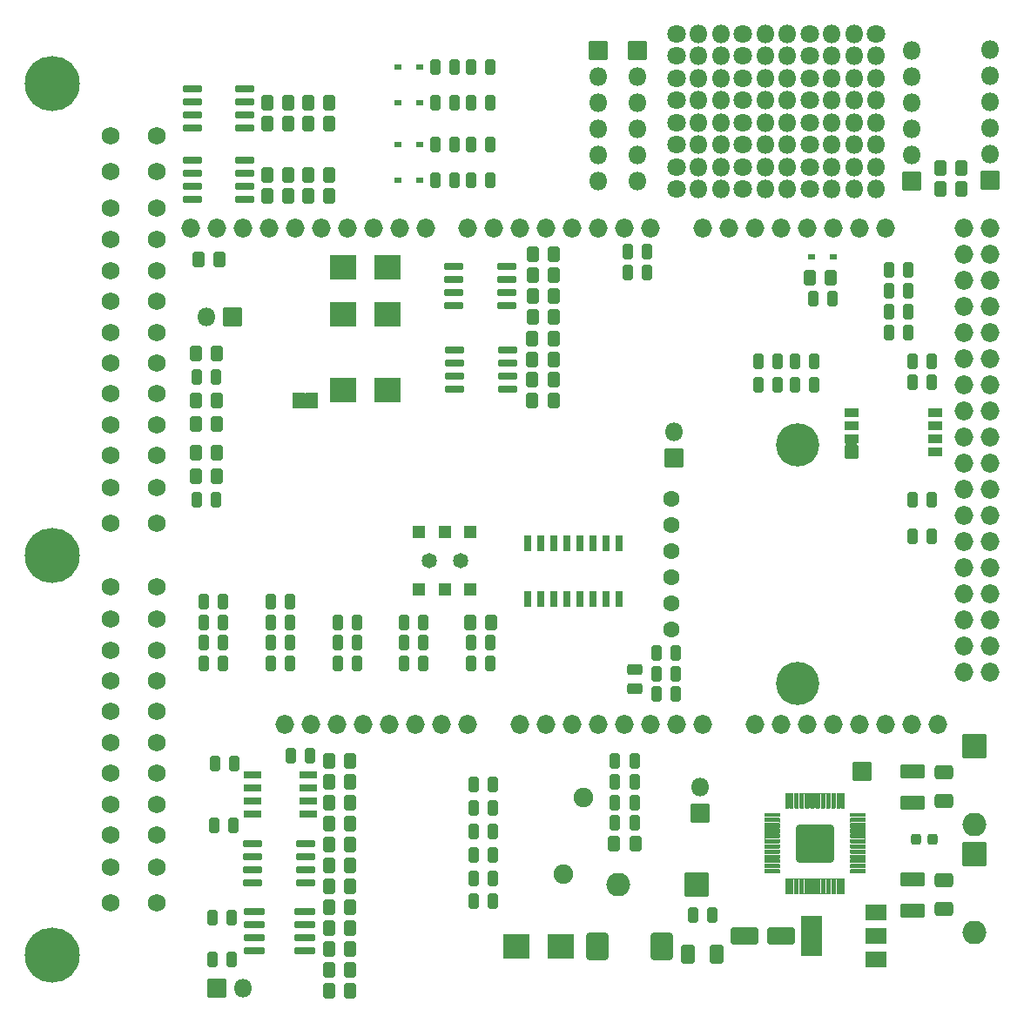
<source format=gts>
%TF.GenerationSoftware,KiCad,Pcbnew,7.0.1-0*%
%TF.CreationDate,2023-05-22T10:15:59+10:00*%
%TF.ProjectId,NA6 v1.3,4e413620-7631-42e3-932e-6b696361645f,rev?*%
%TF.SameCoordinates,Original*%
%TF.FileFunction,Soldermask,Top*%
%TF.FilePolarity,Negative*%
%FSLAX46Y46*%
G04 Gerber Fmt 4.6, Leading zero omitted, Abs format (unit mm)*
G04 Created by KiCad (PCBNEW 7.0.1-0) date 2023-05-22 10:15:59*
%MOMM*%
%LPD*%
G01*
G04 APERTURE LIST*
G04 Aperture macros list*
%AMRoundRect*
0 Rectangle with rounded corners*
0 $1 Rounding radius*
0 $2 $3 $4 $5 $6 $7 $8 $9 X,Y pos of 4 corners*
0 Add a 4 corners polygon primitive as box body*
4,1,4,$2,$3,$4,$5,$6,$7,$8,$9,$2,$3,0*
0 Add four circle primitives for the rounded corners*
1,1,$1+$1,$2,$3*
1,1,$1+$1,$4,$5*
1,1,$1+$1,$6,$7*
1,1,$1+$1,$8,$9*
0 Add four rect primitives between the rounded corners*
20,1,$1+$1,$2,$3,$4,$5,0*
20,1,$1+$1,$4,$5,$6,$7,0*
20,1,$1+$1,$6,$7,$8,$9,0*
20,1,$1+$1,$8,$9,$2,$3,0*%
G04 Aperture macros list end*
%ADD10O,1.802000X1.802000*%
%ADD11C,1.802000*%
%ADD12RoundRect,0.051000X0.600000X0.600000X-0.600000X0.600000X-0.600000X-0.600000X0.600000X-0.600000X0*%
%ADD13RoundRect,0.051000X0.600000X0.400000X-0.600000X0.400000X-0.600000X-0.400000X0.600000X-0.400000X0*%
%ADD14C,5.352000*%
%ADD15C,1.752000*%
%ADD16RoundRect,0.051000X0.500000X0.575000X-0.500000X0.575000X-0.500000X-0.575000X0.500000X-0.575000X0*%
%ADD17C,1.483000*%
%ADD18RoundRect,0.051000X0.850000X0.850000X-0.850000X0.850000X-0.850000X-0.850000X0.850000X-0.850000X0*%
%ADD19RoundRect,0.051000X-0.850000X-0.850000X0.850000X-0.850000X0.850000X0.850000X-0.850000X0.850000X0*%
%ADD20C,1.602000*%
%ADD21C,4.202000*%
%ADD22C,1.902000*%
%ADD23RoundRect,0.294750X0.243750X0.456250X-0.243750X0.456250X-0.243750X-0.456250X0.243750X-0.456250X0*%
%ADD24RoundRect,0.294750X0.456250X-0.243750X0.456250X0.243750X-0.456250X0.243750X-0.456250X-0.243750X0*%
%ADD25RoundRect,0.294750X-0.243750X-0.456250X0.243750X-0.456250X0.243750X0.456250X-0.243750X0.456250X0*%
%ADD26RoundRect,0.301000X-0.375000X-0.625000X0.375000X-0.625000X0.375000X0.625000X-0.375000X0.625000X0*%
%ADD27O,2.302000X2.302000*%
%ADD28RoundRect,0.051000X1.100000X1.100000X-1.100000X1.100000X-1.100000X-1.100000X1.100000X-1.100000X0*%
%ADD29RoundRect,0.051000X-1.100000X1.100000X-1.100000X-1.100000X1.100000X-1.100000X1.100000X1.100000X0*%
%ADD30RoundRect,0.301000X-0.325000X-0.450000X0.325000X-0.450000X0.325000X0.450000X-0.325000X0.450000X0*%
%ADD31RoundRect,0.301000X0.325000X0.450000X-0.325000X0.450000X-0.325000X-0.450000X0.325000X-0.450000X0*%
%ADD32RoundRect,0.299400X1.551600X-1.551600X1.551600X1.551600X-1.551600X1.551600X-1.551600X-1.551600X0*%
%ADD33RoundRect,0.126000X0.075000X-0.662500X0.075000X0.662500X-0.075000X0.662500X-0.075000X-0.662500X0*%
%ADD34RoundRect,0.126000X0.662500X-0.075000X0.662500X0.075000X-0.662500X0.075000X-0.662500X-0.075000X0*%
%ADD35RoundRect,0.201000X0.725000X0.150000X-0.725000X0.150000X-0.725000X-0.150000X0.725000X-0.150000X0*%
%ADD36RoundRect,0.051000X0.775000X0.300000X-0.775000X0.300000X-0.775000X-0.300000X0.775000X-0.300000X0*%
%ADD37RoundRect,0.051000X0.300000X-0.750000X0.300000X0.750000X-0.300000X0.750000X-0.300000X-0.750000X0*%
%ADD38O,1.829200X1.829200*%
%ADD39RoundRect,0.051000X-0.300000X-0.225000X0.300000X-0.225000X0.300000X0.225000X-0.300000X0.225000X0*%
%ADD40RoundRect,0.051000X-0.850000X0.850000X-0.850000X-0.850000X0.850000X-0.850000X0.850000X0.850000X0*%
%ADD41RoundRect,0.301000X1.050000X0.550000X-1.050000X0.550000X-1.050000X-0.550000X1.050000X-0.550000X0*%
%ADD42RoundRect,0.301000X0.787500X1.025000X-0.787500X1.025000X-0.787500X-1.025000X0.787500X-1.025000X0*%
%ADD43RoundRect,0.301000X-0.625000X0.375000X-0.625000X-0.375000X0.625000X-0.375000X0.625000X0.375000X0*%
%ADD44RoundRect,0.301000X-0.925000X0.412500X-0.925000X-0.412500X0.925000X-0.412500X0.925000X0.412500X0*%
%ADD45RoundRect,0.201000X0.825000X0.150000X-0.825000X0.150000X-0.825000X-0.150000X0.825000X-0.150000X0*%
%ADD46RoundRect,0.051000X0.850000X-0.850000X0.850000X0.850000X-0.850000X0.850000X-0.850000X-0.850000X0*%
%ADD47RoundRect,0.051000X-0.500000X-0.750000X0.500000X-0.750000X0.500000X0.750000X-0.500000X0.750000X0*%
%ADD48RoundRect,0.269750X-0.218750X-0.256250X0.218750X-0.256250X0.218750X0.256250X-0.218750X0.256250X0*%
%ADD49RoundRect,0.051000X1.000000X1.900000X-1.000000X1.900000X-1.000000X-1.900000X1.000000X-1.900000X0*%
%ADD50RoundRect,0.051000X1.000000X0.750000X-1.000000X0.750000X-1.000000X-0.750000X1.000000X-0.750000X0*%
%ADD51RoundRect,0.051000X1.250000X1.150000X-1.250000X1.150000X-1.250000X-1.150000X1.250000X-1.150000X0*%
%ADD52RoundRect,0.051000X-1.250000X-1.150000X1.250000X-1.150000X1.250000X1.150000X-1.250000X1.150000X0*%
G04 APERTURE END LIST*
D10*
X184658000Y-37465000D03*
X193294000Y-37465000D03*
D11*
X176022000Y-37465000D03*
D10*
X186817000Y-37465000D03*
X180340000Y-37465000D03*
X191135000Y-37465000D03*
D11*
X195453000Y-37465000D03*
X182499000Y-37465000D03*
D10*
X178181000Y-37465000D03*
D11*
X188976000Y-37465000D03*
D10*
X184658000Y-39624000D03*
X193294000Y-39624000D03*
D11*
X176022000Y-39624000D03*
D10*
X186817000Y-39624000D03*
X180340000Y-39624000D03*
X191135000Y-39624000D03*
X195453000Y-39624000D03*
D11*
X182499000Y-39624000D03*
D10*
X178181000Y-39624000D03*
D11*
X188976000Y-39624000D03*
D10*
X184658000Y-41783000D03*
X193294000Y-41783000D03*
D11*
X176022000Y-41783000D03*
D10*
X191135000Y-41783000D03*
X195453000Y-41783000D03*
D11*
X182499000Y-41783000D03*
D10*
X178181000Y-41783000D03*
X186817000Y-41783000D03*
X180340000Y-41783000D03*
D11*
X188976000Y-41783000D03*
D10*
X195453000Y-43942000D03*
X180340000Y-43942000D03*
X186817000Y-43942000D03*
X184658000Y-43942000D03*
X191135000Y-43942000D03*
D11*
X188976000Y-43942000D03*
D10*
X193294000Y-43942000D03*
D11*
X176022000Y-43942000D03*
D10*
X178181000Y-43942000D03*
D11*
X182499000Y-43942000D03*
D10*
X186817000Y-46101000D03*
X184658000Y-46101000D03*
D11*
X182499000Y-46101000D03*
D10*
X178181000Y-46101000D03*
D11*
X176022000Y-46101000D03*
D10*
X180340000Y-46101000D03*
X195453000Y-46101000D03*
D11*
X188976000Y-46101000D03*
D10*
X193294000Y-46101000D03*
X191135000Y-46101000D03*
X180340000Y-48260000D03*
X178181000Y-48260000D03*
D11*
X176022000Y-48260000D03*
D10*
X186817000Y-48260000D03*
X184658000Y-48260000D03*
D11*
X182499000Y-48260000D03*
D10*
X195453000Y-48260000D03*
X193294000Y-48260000D03*
X191135000Y-48260000D03*
D11*
X188976000Y-48260000D03*
D10*
X195453000Y-50419000D03*
X193294000Y-50419000D03*
X191135000Y-50419000D03*
D11*
X188976000Y-50419000D03*
D10*
X180340000Y-50419000D03*
X178181000Y-50419000D03*
D11*
X176022000Y-50419000D03*
D10*
X186817000Y-50419000D03*
X184658000Y-50419000D03*
D11*
X182499000Y-50419000D03*
D10*
X195453000Y-52578000D03*
X193294000Y-52578000D03*
X191135000Y-52578000D03*
D11*
X188976000Y-52578000D03*
D10*
X186817000Y-52578000D03*
X184658000Y-52578000D03*
D11*
X182499000Y-52578000D03*
D10*
X180340000Y-52578000D03*
X178181000Y-52578000D03*
D11*
X176022000Y-52578000D03*
D12*
X193019000Y-78105000D03*
D13*
X193019000Y-76835000D03*
X193019000Y-75565000D03*
X193019000Y-74295000D03*
X201219000Y-74295000D03*
X201219000Y-75565000D03*
X201219000Y-76835000D03*
X201219000Y-78105000D03*
D14*
X115300000Y-127050000D03*
X115300000Y-88200000D03*
X115300000Y-42350000D03*
D15*
X121000000Y-47400000D03*
X121000000Y-50900000D03*
X121000000Y-54400000D03*
X121000000Y-57500000D03*
X121000000Y-60500000D03*
X121000000Y-63500000D03*
X121000000Y-66500000D03*
X121000000Y-69500000D03*
X121000000Y-72500000D03*
X121000000Y-75500000D03*
X121000000Y-78500000D03*
X121000000Y-81600000D03*
X121000000Y-85100000D03*
X121000000Y-91300000D03*
X121000000Y-94400000D03*
X121000000Y-97400000D03*
X121000000Y-100400000D03*
X121000000Y-103400000D03*
X121000000Y-106400000D03*
X121000000Y-109400000D03*
X121000000Y-112400000D03*
X121000000Y-115400000D03*
X121000000Y-118500000D03*
X121000000Y-122000000D03*
X125500000Y-47400000D03*
X125500000Y-50900000D03*
X125500000Y-54400000D03*
X125500000Y-57500000D03*
X125500000Y-60500000D03*
X125500000Y-63500000D03*
X125500000Y-66500000D03*
X125500000Y-69500000D03*
X125500000Y-72500000D03*
X125500000Y-75500000D03*
X125500000Y-78500000D03*
X125500000Y-81600000D03*
X125500000Y-85100000D03*
X125500000Y-91300000D03*
X125500000Y-94400000D03*
X125500000Y-97400000D03*
X125500000Y-100400000D03*
X125500000Y-103400000D03*
X125500000Y-106400000D03*
X125500000Y-109400000D03*
X125500000Y-112400000D03*
X125500000Y-115400000D03*
X125500000Y-118500000D03*
X125500000Y-122000000D03*
D16*
X156000000Y-91539000D03*
X153500000Y-91539000D03*
X151000000Y-91539000D03*
X156000000Y-85889000D03*
X153500000Y-85889000D03*
X151000000Y-85889000D03*
D17*
X155000000Y-88714000D03*
X152000000Y-88714000D03*
D10*
X206500000Y-39014000D03*
X206500000Y-41554000D03*
X206500000Y-44094000D03*
X206500000Y-46634000D03*
X206500000Y-49174000D03*
D18*
X206500000Y-51714000D03*
X198882000Y-51816000D03*
D10*
X198882000Y-49276000D03*
X198882000Y-46736000D03*
X198882000Y-44196000D03*
X198882000Y-41656000D03*
X198882000Y-39116000D03*
D19*
X172212000Y-39116000D03*
D10*
X172212000Y-41656000D03*
X172212000Y-44196000D03*
X172212000Y-46736000D03*
X172212000Y-49276000D03*
X172212000Y-51816000D03*
D20*
X175500000Y-82714000D03*
X175500000Y-85254000D03*
X175500000Y-87794000D03*
X175500000Y-90334000D03*
X175500000Y-92874000D03*
X175500000Y-95414000D03*
D21*
X187820000Y-100614000D03*
X187820000Y-77464000D03*
D22*
X167000000Y-111714000D03*
X165000000Y-119214000D03*
D23*
X175937500Y-97714000D03*
X174062500Y-97714000D03*
D24*
X172000000Y-99276500D03*
X172000000Y-101151500D03*
D25*
X151437500Y-98714000D03*
X149562500Y-98714000D03*
X170062500Y-112214000D03*
X171937500Y-112214000D03*
X171274500Y-60706000D03*
X173149500Y-60706000D03*
D23*
X151437500Y-94714000D03*
X149562500Y-94714000D03*
X171937500Y-108214000D03*
X170062500Y-108214000D03*
X174062500Y-99714000D03*
X175937500Y-99714000D03*
D25*
X144937500Y-98714000D03*
X143062500Y-98714000D03*
X131937500Y-98714000D03*
X130062500Y-98714000D03*
X138437500Y-98714000D03*
X136562500Y-98714000D03*
D23*
X144937500Y-94714000D03*
X143062500Y-94714000D03*
X131937500Y-92714000D03*
X130062500Y-92714000D03*
X138437500Y-92714000D03*
X136562500Y-92714000D03*
D25*
X131239500Y-70866000D03*
X129364500Y-70866000D03*
D26*
X177162000Y-127000000D03*
X179962000Y-127000000D03*
D23*
X156288500Y-110490000D03*
X158163500Y-110490000D03*
X158163500Y-112776000D03*
X156288500Y-112776000D03*
D25*
X154437500Y-51714000D03*
X152562500Y-51714000D03*
X152562500Y-48214000D03*
X154437500Y-48214000D03*
X154437500Y-44214000D03*
X152562500Y-44214000D03*
X152562500Y-40714000D03*
X154437500Y-40714000D03*
D27*
X170380000Y-120214000D03*
D28*
X178000000Y-120214000D03*
D29*
X205000000Y-117214000D03*
D27*
X205000000Y-124834000D03*
D29*
X205000000Y-106714000D03*
D27*
X205000000Y-114334000D03*
D25*
X156062500Y-51714000D03*
X157937500Y-51714000D03*
X157937500Y-48214000D03*
X156062500Y-48214000D03*
D23*
X131062500Y-114428000D03*
X132937500Y-114428000D03*
X133000000Y-108428000D03*
X131125000Y-108428000D03*
D25*
X156062500Y-44214000D03*
X157937500Y-44214000D03*
X157937500Y-40714000D03*
X156062500Y-40714000D03*
X170062500Y-114214000D03*
X171937500Y-114214000D03*
D23*
X151437500Y-96714000D03*
X149562500Y-96714000D03*
X171937500Y-110214000D03*
X170062500Y-110214000D03*
X173149500Y-58674000D03*
X171274500Y-58674000D03*
D25*
X174062500Y-101714000D03*
X175937500Y-101714000D03*
X131937500Y-96714000D03*
X130062500Y-96714000D03*
X138437500Y-96714000D03*
X136562500Y-96714000D03*
D23*
X143062500Y-96714000D03*
X144937500Y-96714000D03*
X131937500Y-94714000D03*
X130062500Y-94714000D03*
X138437500Y-94714000D03*
X136562500Y-94714000D03*
D25*
X156062500Y-96714000D03*
X157937500Y-96714000D03*
D30*
X201667000Y-52578000D03*
X203717000Y-52578000D03*
X203717000Y-50546000D03*
X201667000Y-50546000D03*
X144281000Y-118364000D03*
X142231000Y-118364000D03*
X142231000Y-120396000D03*
X144281000Y-120396000D03*
X162017000Y-71118000D03*
X164067000Y-71118000D03*
X164067000Y-69118000D03*
X162017000Y-69118000D03*
X164067000Y-73118000D03*
X162017000Y-73118000D03*
D31*
X164067000Y-67118000D03*
X162017000Y-67118000D03*
X129277000Y-68580000D03*
X131327000Y-68580000D03*
D25*
X196674500Y-60452000D03*
X198549500Y-60452000D03*
D32*
X189500000Y-116214000D03*
D33*
X186750000Y-120376500D03*
X187250000Y-120376500D03*
X187750000Y-120376500D03*
X188250000Y-120376500D03*
X188750000Y-120376500D03*
X189250000Y-120376500D03*
X189750000Y-120376500D03*
X190250000Y-120376500D03*
X190750000Y-120376500D03*
X191250000Y-120376500D03*
X191750000Y-120376500D03*
X192250000Y-120376500D03*
D34*
X193662500Y-118964000D03*
X193662500Y-118464000D03*
X193662500Y-117964000D03*
X193662500Y-117464000D03*
X193662500Y-116964000D03*
X193662500Y-116464000D03*
X193662500Y-115964000D03*
X193662500Y-115464000D03*
X193662500Y-114964000D03*
X193662500Y-114464000D03*
X193662500Y-113964000D03*
X193662500Y-113464000D03*
D33*
X192250000Y-112051500D03*
X191750000Y-112051500D03*
X191250000Y-112051500D03*
X190750000Y-112051500D03*
X190250000Y-112051500D03*
X189750000Y-112051500D03*
X189250000Y-112051500D03*
X188750000Y-112051500D03*
X188250000Y-112051500D03*
X187750000Y-112051500D03*
X187250000Y-112051500D03*
X186750000Y-112051500D03*
D34*
X185337500Y-113464000D03*
X185337500Y-113964000D03*
X185337500Y-114464000D03*
X185337500Y-114964000D03*
X185337500Y-115464000D03*
X185337500Y-115964000D03*
X185337500Y-116464000D03*
X185337500Y-116964000D03*
X185337500Y-117464000D03*
X185337500Y-117964000D03*
X185337500Y-118464000D03*
X185337500Y-118964000D03*
D35*
X134075000Y-53619000D03*
X134075000Y-52349000D03*
X134075000Y-51079000D03*
X134075000Y-49809000D03*
X128925000Y-49809000D03*
X128925000Y-51079000D03*
X128925000Y-52349000D03*
X128925000Y-53619000D03*
D36*
X140200000Y-113333000D03*
X140200000Y-112063000D03*
X140200000Y-110793000D03*
X140200000Y-109523000D03*
X134800000Y-109523000D03*
X134800000Y-110793000D03*
X134800000Y-112063000D03*
X134800000Y-113333000D03*
D35*
X128925000Y-46619000D03*
X128925000Y-45349000D03*
X128925000Y-44079000D03*
X128925000Y-42809000D03*
X134075000Y-42809000D03*
X134075000Y-44079000D03*
X134075000Y-45349000D03*
X134075000Y-46619000D03*
D37*
X161555000Y-92414000D03*
X162825000Y-92414000D03*
X164095000Y-92414000D03*
X165365000Y-92414000D03*
X166635000Y-92414000D03*
X167905000Y-92414000D03*
X169175000Y-92414000D03*
X170445000Y-92414000D03*
X170445000Y-87014000D03*
X169175000Y-87014000D03*
X167905000Y-87014000D03*
X166635000Y-87014000D03*
X165365000Y-87014000D03*
X164095000Y-87014000D03*
X162825000Y-87014000D03*
X161555000Y-87014000D03*
D35*
X134839000Y-120015000D03*
X134839000Y-118745000D03*
X134839000Y-117475000D03*
X134839000Y-116205000D03*
X139989000Y-116205000D03*
X139989000Y-117475000D03*
X139989000Y-118745000D03*
X139989000Y-120015000D03*
X159617000Y-72023000D03*
X159617000Y-70753000D03*
X159617000Y-69483000D03*
X159617000Y-68213000D03*
X154467000Y-68213000D03*
X154467000Y-69483000D03*
X154467000Y-70753000D03*
X154467000Y-72023000D03*
D38*
X160800000Y-104674000D03*
X155720000Y-104674000D03*
X153180000Y-104674000D03*
X150640000Y-104674000D03*
X148100000Y-104674000D03*
X145560000Y-104674000D03*
X143020000Y-104674000D03*
X140480000Y-104674000D03*
X196360000Y-56414000D03*
X193820000Y-56414000D03*
X191280000Y-56414000D03*
X188740000Y-56414000D03*
X186200000Y-56414000D03*
X183660000Y-56414000D03*
X181120000Y-56414000D03*
X178580000Y-56414000D03*
X173500000Y-56414000D03*
X170960000Y-56414000D03*
X168420000Y-56414000D03*
X165880000Y-56414000D03*
X163340000Y-56414000D03*
X160800000Y-56414000D03*
X158260000Y-56414000D03*
X155720000Y-56414000D03*
X136416000Y-56414000D03*
X151656000Y-56414000D03*
X149116000Y-56414000D03*
X146576000Y-56414000D03*
X128796000Y-56414000D03*
X131336000Y-56414000D03*
X133876000Y-56414000D03*
X138956000Y-56414000D03*
X141496000Y-56414000D03*
X144036000Y-56414000D03*
X137940000Y-104674000D03*
X163340000Y-104674000D03*
X165880000Y-104674000D03*
X168420000Y-104674000D03*
X170960000Y-104674000D03*
X173500000Y-104674000D03*
X176040000Y-104674000D03*
X178580000Y-104674000D03*
X183660000Y-104674000D03*
X186200000Y-104674000D03*
X188740000Y-104674000D03*
X191280000Y-104674000D03*
X193820000Y-104674000D03*
X196360000Y-104674000D03*
X198900000Y-104674000D03*
X201440000Y-104674000D03*
X203980000Y-56414000D03*
X206520000Y-56414000D03*
X203980000Y-58954000D03*
X206520000Y-58954000D03*
X203980000Y-61494000D03*
X206520000Y-61494000D03*
X203980000Y-64034000D03*
X206520000Y-64034000D03*
X203980000Y-66574000D03*
X206520000Y-66574000D03*
X203980000Y-69114000D03*
X206520000Y-69114000D03*
X203980000Y-71654000D03*
X206520000Y-71654000D03*
X203980000Y-74194000D03*
X206520000Y-74194000D03*
X203980000Y-76734000D03*
X206520000Y-76734000D03*
X203980000Y-79274000D03*
X206520000Y-79274000D03*
X203980000Y-81814000D03*
X206520000Y-81814000D03*
X203980000Y-84354000D03*
X206520000Y-84354000D03*
X203980000Y-86894000D03*
X206520000Y-86894000D03*
X203980000Y-89434000D03*
X206520000Y-89434000D03*
X203980000Y-91974000D03*
X206520000Y-91974000D03*
X203980000Y-94514000D03*
X206520000Y-94514000D03*
X203980000Y-97054000D03*
X206520000Y-97054000D03*
X203980000Y-99594000D03*
X206520000Y-99594000D03*
D39*
X148950000Y-51714000D03*
X151050000Y-51714000D03*
X151050000Y-48214000D03*
X148950000Y-48214000D03*
X151050000Y-44214000D03*
X148950000Y-44214000D03*
X148950000Y-40714000D03*
X151050000Y-40714000D03*
D23*
X196674500Y-66548000D03*
X198549500Y-66548000D03*
X196674500Y-64516000D03*
X198549500Y-64516000D03*
D40*
X132842000Y-65024000D03*
D10*
X130302000Y-65024000D03*
D25*
X131239500Y-82804000D03*
X129364500Y-82804000D03*
D41*
X186204000Y-125222000D03*
X182604000Y-125222000D03*
D23*
X179499500Y-123190000D03*
X177624500Y-123190000D03*
D42*
X174562500Y-126238000D03*
X168337500Y-126238000D03*
D30*
X155975000Y-94714000D03*
X158025000Y-94714000D03*
D43*
X202000000Y-119814000D03*
X202000000Y-122614000D03*
X202000000Y-112114000D03*
X202000000Y-109314000D03*
D44*
X199000000Y-119676500D03*
X199000000Y-122751500D03*
X199000000Y-112251500D03*
X199000000Y-109176500D03*
D23*
X198549500Y-62484000D03*
X196674500Y-62484000D03*
D19*
X168402000Y-39116000D03*
D10*
X168402000Y-41656000D03*
X168402000Y-44196000D03*
X168402000Y-46736000D03*
X168402000Y-49276000D03*
X168402000Y-51816000D03*
D30*
X140229000Y-53214000D03*
X142279000Y-53214000D03*
D31*
X140229000Y-51214000D03*
X142279000Y-51214000D03*
X142231000Y-114300000D03*
X144281000Y-114300000D03*
D30*
X142231000Y-110236000D03*
X144281000Y-110236000D03*
X136229000Y-53214000D03*
X138279000Y-53214000D03*
X138279000Y-51214000D03*
X136229000Y-51214000D03*
X144281000Y-112268000D03*
X142231000Y-112268000D03*
X142231000Y-108204000D03*
X144281000Y-108204000D03*
X140229000Y-46214000D03*
X142279000Y-46214000D03*
D31*
X140229000Y-44214000D03*
X142279000Y-44214000D03*
D30*
X136229000Y-46214000D03*
X138279000Y-46214000D03*
X138279000Y-44214000D03*
X136229000Y-44214000D03*
D31*
X172025000Y-116214000D03*
X169975000Y-116214000D03*
D30*
X131581000Y-59436000D03*
X129531000Y-59436000D03*
X129277000Y-78232000D03*
X131327000Y-78232000D03*
X131327000Y-75438000D03*
X129277000Y-75438000D03*
X164093000Y-62992000D03*
X162043000Y-62992000D03*
X162043000Y-58928000D03*
X164093000Y-58928000D03*
X162043000Y-65024000D03*
X164093000Y-65024000D03*
D31*
X162043000Y-60960000D03*
X164093000Y-60960000D03*
D35*
X159547000Y-63881000D03*
X159547000Y-62611000D03*
X159547000Y-61341000D03*
X159547000Y-60071000D03*
X154397000Y-60071000D03*
X154397000Y-61341000D03*
X154397000Y-62611000D03*
X154397000Y-63881000D03*
D25*
X156062500Y-98714000D03*
X157937500Y-98714000D03*
D31*
X131327000Y-80518000D03*
X129277000Y-80518000D03*
X129277000Y-73152000D03*
X131327000Y-73152000D03*
D23*
X158163500Y-119634000D03*
X156288500Y-119634000D03*
X156288500Y-115062000D03*
X158163500Y-115062000D03*
X158163500Y-117348000D03*
X156288500Y-117348000D03*
D31*
X142231000Y-128524000D03*
X144281000Y-128524000D03*
D30*
X142231000Y-124460000D03*
X144281000Y-124460000D03*
X142231000Y-126492000D03*
X144281000Y-126492000D03*
X144281000Y-122428000D03*
X142231000Y-122428000D03*
D23*
X132763500Y-127508000D03*
X130888500Y-127508000D03*
X132763500Y-123444000D03*
X130888500Y-123444000D03*
D45*
X139889000Y-126619000D03*
X139889000Y-125349000D03*
X139889000Y-124079000D03*
X139889000Y-122809000D03*
X134939000Y-122809000D03*
X134939000Y-124079000D03*
X134939000Y-125349000D03*
X134939000Y-126619000D03*
D46*
X131318000Y-130302000D03*
D10*
X133858000Y-130302000D03*
D47*
X140604000Y-73152000D03*
X139304000Y-73152000D03*
D23*
X191183500Y-63246000D03*
X189308500Y-63246000D03*
D39*
X189196000Y-59182000D03*
X191296000Y-59182000D03*
D23*
X189405500Y-69342000D03*
X187530500Y-69342000D03*
X187530500Y-71628000D03*
X189405500Y-71628000D03*
X156288500Y-121856500D03*
X158163500Y-121856500D03*
D30*
X188967000Y-61214000D03*
X191017000Y-61214000D03*
D23*
X185849500Y-69342000D03*
X183974500Y-69342000D03*
X185849500Y-71628000D03*
X183974500Y-71628000D03*
D48*
X199364500Y-115824000D03*
X200939500Y-115824000D03*
D18*
X175768000Y-78740000D03*
D10*
X175768000Y-76200000D03*
D18*
X178308000Y-113284000D03*
D10*
X178308000Y-110744000D03*
D49*
X189128000Y-125222000D03*
D50*
X195428000Y-125222000D03*
X195428000Y-122922000D03*
X195428000Y-127522000D03*
D19*
X194056000Y-109220000D03*
D51*
X164773500Y-126238000D03*
X160473500Y-126238000D03*
D23*
X200835500Y-69342000D03*
X198960500Y-69342000D03*
X198960500Y-71374000D03*
X200835500Y-71374000D03*
X200835500Y-82804000D03*
X198960500Y-82804000D03*
D25*
X198960500Y-86360000D03*
X200835500Y-86360000D03*
D23*
X140383500Y-107696000D03*
X138508500Y-107696000D03*
D30*
X142231000Y-130556000D03*
X144281000Y-130556000D03*
X142231000Y-116332000D03*
X144281000Y-116332000D03*
D52*
X143646000Y-60187001D03*
X147946000Y-60187001D03*
X143646000Y-64770000D03*
X147946000Y-64770000D03*
X147946000Y-72136000D03*
X143646000Y-72136000D03*
G36*
X192084314Y-119629477D02*
G01*
X192084083Y-119631231D01*
X192060475Y-119666561D01*
X192051000Y-119714199D01*
X192051000Y-121038801D01*
X192060475Y-121086438D01*
X192084081Y-121121765D01*
X192084312Y-121123519D01*
X192083061Y-121124770D01*
X192081307Y-121124539D01*
X192037311Y-121095143D01*
X191962689Y-121095143D01*
X191918693Y-121124539D01*
X191916939Y-121124770D01*
X191915688Y-121123519D01*
X191915919Y-121121765D01*
X191939524Y-121086438D01*
X191949000Y-121038801D01*
X191949000Y-119714199D01*
X191939524Y-119666561D01*
X191915917Y-119631231D01*
X191915686Y-119629477D01*
X191916937Y-119628226D01*
X191918691Y-119628457D01*
X191962689Y-119657856D01*
X192037311Y-119657856D01*
X192081309Y-119628457D01*
X192083063Y-119628226D01*
X192084314Y-119629477D01*
G37*
G36*
X191584314Y-119629477D02*
G01*
X191584083Y-119631231D01*
X191560475Y-119666561D01*
X191551000Y-119714199D01*
X191551000Y-121038801D01*
X191560475Y-121086438D01*
X191584081Y-121121765D01*
X191584312Y-121123519D01*
X191583061Y-121124770D01*
X191581307Y-121124539D01*
X191537311Y-121095143D01*
X191462689Y-121095143D01*
X191418693Y-121124539D01*
X191416939Y-121124770D01*
X191415688Y-121123519D01*
X191415919Y-121121765D01*
X191439524Y-121086438D01*
X191449000Y-121038801D01*
X191449000Y-119714199D01*
X191439524Y-119666561D01*
X191415917Y-119631231D01*
X191415686Y-119629477D01*
X191416937Y-119628226D01*
X191418691Y-119628457D01*
X191462689Y-119657856D01*
X191537311Y-119657856D01*
X191581309Y-119628457D01*
X191583063Y-119628226D01*
X191584314Y-119629477D01*
G37*
G36*
X191084314Y-119629477D02*
G01*
X191084083Y-119631231D01*
X191060475Y-119666561D01*
X191051000Y-119714199D01*
X191051000Y-121038801D01*
X191060475Y-121086438D01*
X191084081Y-121121765D01*
X191084312Y-121123519D01*
X191083061Y-121124770D01*
X191081307Y-121124539D01*
X191037311Y-121095143D01*
X190962689Y-121095143D01*
X190918693Y-121124539D01*
X190916939Y-121124770D01*
X190915688Y-121123519D01*
X190915919Y-121121765D01*
X190939524Y-121086438D01*
X190949000Y-121038801D01*
X190949000Y-119714199D01*
X190939524Y-119666561D01*
X190915917Y-119631231D01*
X190915686Y-119629477D01*
X190916937Y-119628226D01*
X190918691Y-119628457D01*
X190962689Y-119657856D01*
X191037311Y-119657856D01*
X191081309Y-119628457D01*
X191083063Y-119628226D01*
X191084314Y-119629477D01*
G37*
G36*
X190584314Y-119629477D02*
G01*
X190584083Y-119631231D01*
X190560475Y-119666561D01*
X190551000Y-119714199D01*
X190551000Y-121038801D01*
X190560475Y-121086438D01*
X190584081Y-121121765D01*
X190584312Y-121123519D01*
X190583061Y-121124770D01*
X190581307Y-121124539D01*
X190537311Y-121095143D01*
X190462689Y-121095143D01*
X190418693Y-121124539D01*
X190416939Y-121124770D01*
X190415688Y-121123519D01*
X190415919Y-121121765D01*
X190439524Y-121086438D01*
X190449000Y-121038801D01*
X190449000Y-119714199D01*
X190439524Y-119666561D01*
X190415917Y-119631231D01*
X190415686Y-119629477D01*
X190416937Y-119628226D01*
X190418691Y-119628457D01*
X190462689Y-119657856D01*
X190537311Y-119657856D01*
X190581309Y-119628457D01*
X190583063Y-119628226D01*
X190584314Y-119629477D01*
G37*
G36*
X190084314Y-119629477D02*
G01*
X190084083Y-119631231D01*
X190060475Y-119666561D01*
X190051000Y-119714199D01*
X190051000Y-121038801D01*
X190060475Y-121086438D01*
X190084081Y-121121765D01*
X190084312Y-121123519D01*
X190083061Y-121124770D01*
X190081307Y-121124539D01*
X190037311Y-121095143D01*
X189962689Y-121095143D01*
X189918693Y-121124539D01*
X189916939Y-121124770D01*
X189915688Y-121123519D01*
X189915919Y-121121765D01*
X189939524Y-121086438D01*
X189949000Y-121038801D01*
X189949000Y-119714199D01*
X189939524Y-119666561D01*
X189915917Y-119631231D01*
X189915686Y-119629477D01*
X189916937Y-119628226D01*
X189918691Y-119628457D01*
X189962689Y-119657856D01*
X190037311Y-119657856D01*
X190081309Y-119628457D01*
X190083063Y-119628226D01*
X190084314Y-119629477D01*
G37*
G36*
X189584314Y-119629477D02*
G01*
X189584083Y-119631231D01*
X189560475Y-119666561D01*
X189551000Y-119714199D01*
X189551000Y-121038801D01*
X189560475Y-121086438D01*
X189584081Y-121121765D01*
X189584312Y-121123519D01*
X189583061Y-121124770D01*
X189581307Y-121124539D01*
X189537311Y-121095143D01*
X189462689Y-121095143D01*
X189418693Y-121124539D01*
X189416939Y-121124770D01*
X189415688Y-121123519D01*
X189415919Y-121121765D01*
X189439524Y-121086438D01*
X189449000Y-121038801D01*
X189449000Y-119714199D01*
X189439524Y-119666561D01*
X189415917Y-119631231D01*
X189415686Y-119629477D01*
X189416937Y-119628226D01*
X189418691Y-119628457D01*
X189462689Y-119657856D01*
X189537311Y-119657856D01*
X189581309Y-119628457D01*
X189583063Y-119628226D01*
X189584314Y-119629477D01*
G37*
G36*
X189084314Y-119629477D02*
G01*
X189084083Y-119631231D01*
X189060475Y-119666561D01*
X189051000Y-119714199D01*
X189051000Y-121038801D01*
X189060475Y-121086438D01*
X189084081Y-121121765D01*
X189084312Y-121123519D01*
X189083061Y-121124770D01*
X189081307Y-121124539D01*
X189037311Y-121095143D01*
X188962689Y-121095143D01*
X188918693Y-121124539D01*
X188916939Y-121124770D01*
X188915688Y-121123519D01*
X188915919Y-121121765D01*
X188939524Y-121086438D01*
X188949000Y-121038801D01*
X188949000Y-119714199D01*
X188939524Y-119666561D01*
X188915917Y-119631231D01*
X188915686Y-119629477D01*
X188916937Y-119628226D01*
X188918691Y-119628457D01*
X188962689Y-119657856D01*
X189037311Y-119657856D01*
X189081309Y-119628457D01*
X189083063Y-119628226D01*
X189084314Y-119629477D01*
G37*
G36*
X188584314Y-119629477D02*
G01*
X188584083Y-119631231D01*
X188560475Y-119666561D01*
X188551000Y-119714199D01*
X188551000Y-121038801D01*
X188560475Y-121086438D01*
X188584081Y-121121765D01*
X188584312Y-121123519D01*
X188583061Y-121124770D01*
X188581307Y-121124539D01*
X188537311Y-121095143D01*
X188462689Y-121095143D01*
X188418693Y-121124539D01*
X188416939Y-121124770D01*
X188415688Y-121123519D01*
X188415919Y-121121765D01*
X188439524Y-121086438D01*
X188449000Y-121038801D01*
X188449000Y-119714199D01*
X188439524Y-119666561D01*
X188415917Y-119631231D01*
X188415686Y-119629477D01*
X188416937Y-119628226D01*
X188418691Y-119628457D01*
X188462689Y-119657856D01*
X188537311Y-119657856D01*
X188581309Y-119628457D01*
X188583063Y-119628226D01*
X188584314Y-119629477D01*
G37*
G36*
X188084314Y-119629477D02*
G01*
X188084083Y-119631231D01*
X188060475Y-119666561D01*
X188051000Y-119714199D01*
X188051000Y-121038801D01*
X188060475Y-121086438D01*
X188084081Y-121121765D01*
X188084312Y-121123519D01*
X188083061Y-121124770D01*
X188081307Y-121124539D01*
X188037311Y-121095143D01*
X187962689Y-121095143D01*
X187918693Y-121124539D01*
X187916939Y-121124770D01*
X187915688Y-121123519D01*
X187915919Y-121121765D01*
X187939524Y-121086438D01*
X187949000Y-121038801D01*
X187949000Y-119714199D01*
X187939524Y-119666561D01*
X187915917Y-119631231D01*
X187915686Y-119629477D01*
X187916937Y-119628226D01*
X187918691Y-119628457D01*
X187962689Y-119657856D01*
X188037311Y-119657856D01*
X188081309Y-119628457D01*
X188083063Y-119628226D01*
X188084314Y-119629477D01*
G37*
G36*
X187584314Y-119629477D02*
G01*
X187584083Y-119631231D01*
X187560475Y-119666561D01*
X187551000Y-119714199D01*
X187551000Y-121038801D01*
X187560475Y-121086438D01*
X187584081Y-121121765D01*
X187584312Y-121123519D01*
X187583061Y-121124770D01*
X187581307Y-121124539D01*
X187537311Y-121095143D01*
X187462689Y-121095143D01*
X187418693Y-121124539D01*
X187416939Y-121124770D01*
X187415688Y-121123519D01*
X187415919Y-121121765D01*
X187439524Y-121086438D01*
X187449000Y-121038801D01*
X187449000Y-119714199D01*
X187439524Y-119666561D01*
X187415917Y-119631231D01*
X187415686Y-119629477D01*
X187416937Y-119628226D01*
X187418691Y-119628457D01*
X187462689Y-119657856D01*
X187537311Y-119657856D01*
X187581309Y-119628457D01*
X187583063Y-119628226D01*
X187584314Y-119629477D01*
G37*
G36*
X187084314Y-119629477D02*
G01*
X187084083Y-119631231D01*
X187060475Y-119666561D01*
X187051000Y-119714199D01*
X187051000Y-121038801D01*
X187060475Y-121086438D01*
X187084081Y-121121765D01*
X187084312Y-121123519D01*
X187083061Y-121124770D01*
X187081307Y-121124539D01*
X187037311Y-121095143D01*
X186962689Y-121095143D01*
X186918693Y-121124539D01*
X186916939Y-121124770D01*
X186915688Y-121123519D01*
X186915919Y-121121765D01*
X186939524Y-121086438D01*
X186949000Y-121038801D01*
X186949000Y-119714199D01*
X186939524Y-119666561D01*
X186915917Y-119631231D01*
X186915686Y-119629477D01*
X186916937Y-119628226D01*
X186918691Y-119628457D01*
X186962689Y-119657856D01*
X187037311Y-119657856D01*
X187081309Y-119628457D01*
X187083063Y-119628226D01*
X187084314Y-119629477D01*
G37*
G36*
X192917231Y-118629917D02*
G01*
X192952561Y-118653524D01*
X193000199Y-118663000D01*
X194324801Y-118663000D01*
X194372438Y-118653524D01*
X194407765Y-118629919D01*
X194409519Y-118629688D01*
X194410770Y-118630939D01*
X194410539Y-118632693D01*
X194381143Y-118676689D01*
X194381143Y-118751311D01*
X194410539Y-118795307D01*
X194410770Y-118797061D01*
X194409519Y-118798312D01*
X194407765Y-118798081D01*
X194372438Y-118774475D01*
X194324801Y-118765000D01*
X193000199Y-118765000D01*
X192952561Y-118774475D01*
X192917231Y-118798083D01*
X192915477Y-118798314D01*
X192914226Y-118797063D01*
X192914457Y-118795309D01*
X192943856Y-118751311D01*
X192943856Y-118676689D01*
X192914457Y-118632691D01*
X192914226Y-118630937D01*
X192915477Y-118629686D01*
X192917231Y-118629917D01*
G37*
G36*
X184592231Y-118629917D02*
G01*
X184627561Y-118653524D01*
X184675199Y-118663000D01*
X185999801Y-118663000D01*
X186047438Y-118653524D01*
X186082765Y-118629919D01*
X186084519Y-118629688D01*
X186085770Y-118630939D01*
X186085539Y-118632693D01*
X186056143Y-118676689D01*
X186056143Y-118751311D01*
X186085539Y-118795307D01*
X186085770Y-118797061D01*
X186084519Y-118798312D01*
X186082765Y-118798081D01*
X186047438Y-118774475D01*
X185999801Y-118765000D01*
X184675199Y-118765000D01*
X184627561Y-118774475D01*
X184592231Y-118798083D01*
X184590477Y-118798314D01*
X184589226Y-118797063D01*
X184589457Y-118795309D01*
X184618856Y-118751311D01*
X184618856Y-118676689D01*
X184589457Y-118632691D01*
X184589226Y-118630937D01*
X184590477Y-118629686D01*
X184592231Y-118629917D01*
G37*
G36*
X192917233Y-118129918D02*
G01*
X192952561Y-118153524D01*
X193000199Y-118163000D01*
X194324801Y-118163000D01*
X194372438Y-118153524D01*
X194407763Y-118129920D01*
X194409517Y-118129689D01*
X194410768Y-118130940D01*
X194410537Y-118132694D01*
X194381143Y-118176687D01*
X194381143Y-118251309D01*
X194410542Y-118295308D01*
X194410773Y-118297062D01*
X194409522Y-118298313D01*
X194407768Y-118298082D01*
X194372438Y-118274475D01*
X194324801Y-118265000D01*
X193000199Y-118265000D01*
X192952561Y-118274475D01*
X192917230Y-118298083D01*
X192915476Y-118298314D01*
X192914225Y-118297063D01*
X192914456Y-118295309D01*
X192943856Y-118251309D01*
X192943856Y-118176688D01*
X192914459Y-118132692D01*
X192914228Y-118130938D01*
X192915479Y-118129687D01*
X192917233Y-118129918D01*
G37*
G36*
X184592233Y-118129918D02*
G01*
X184627561Y-118153524D01*
X184675199Y-118163000D01*
X185999801Y-118163000D01*
X186047438Y-118153524D01*
X186082763Y-118129920D01*
X186084517Y-118129689D01*
X186085768Y-118130940D01*
X186085537Y-118132694D01*
X186056143Y-118176687D01*
X186056143Y-118251309D01*
X186085542Y-118295308D01*
X186085773Y-118297062D01*
X186084522Y-118298313D01*
X186082768Y-118298082D01*
X186047438Y-118274475D01*
X185999801Y-118265000D01*
X184675199Y-118265000D01*
X184627561Y-118274475D01*
X184592230Y-118298083D01*
X184590476Y-118298314D01*
X184589225Y-118297063D01*
X184589456Y-118295309D01*
X184618856Y-118251309D01*
X184618856Y-118176688D01*
X184589459Y-118132692D01*
X184589228Y-118130938D01*
X184590479Y-118129687D01*
X184592233Y-118129918D01*
G37*
G36*
X192917233Y-117629918D02*
G01*
X192952561Y-117653524D01*
X193000199Y-117663000D01*
X194324801Y-117663000D01*
X194372438Y-117653524D01*
X194407763Y-117629920D01*
X194409517Y-117629689D01*
X194410768Y-117630940D01*
X194410537Y-117632694D01*
X194381143Y-117676687D01*
X194381143Y-117751309D01*
X194410542Y-117795308D01*
X194410773Y-117797062D01*
X194409522Y-117798313D01*
X194407768Y-117798082D01*
X194372438Y-117774475D01*
X194324801Y-117765000D01*
X193000199Y-117765000D01*
X192952561Y-117774475D01*
X192917230Y-117798083D01*
X192915476Y-117798314D01*
X192914225Y-117797063D01*
X192914456Y-117795309D01*
X192943856Y-117751309D01*
X192943856Y-117676688D01*
X192914459Y-117632692D01*
X192914228Y-117630938D01*
X192915479Y-117629687D01*
X192917233Y-117629918D01*
G37*
G36*
X184592231Y-117629917D02*
G01*
X184627561Y-117653524D01*
X184675199Y-117663000D01*
X185999801Y-117663000D01*
X186047438Y-117653524D01*
X186082765Y-117629919D01*
X186084519Y-117629688D01*
X186085770Y-117630939D01*
X186085539Y-117632693D01*
X186056143Y-117676689D01*
X186056143Y-117751311D01*
X186085539Y-117795307D01*
X186085770Y-117797061D01*
X186084519Y-117798312D01*
X186082765Y-117798081D01*
X186047438Y-117774475D01*
X185999801Y-117765000D01*
X184675199Y-117765000D01*
X184627561Y-117774475D01*
X184592231Y-117798083D01*
X184590477Y-117798314D01*
X184589226Y-117797063D01*
X184589457Y-117795309D01*
X184618856Y-117751311D01*
X184618856Y-117676689D01*
X184589457Y-117632691D01*
X184589226Y-117630937D01*
X184590477Y-117629686D01*
X184592231Y-117629917D01*
G37*
G36*
X192917231Y-117129917D02*
G01*
X192952561Y-117153524D01*
X193000199Y-117163000D01*
X194324801Y-117163000D01*
X194372438Y-117153524D01*
X194407765Y-117129919D01*
X194409519Y-117129688D01*
X194410770Y-117130939D01*
X194410539Y-117132693D01*
X194381143Y-117176689D01*
X194381143Y-117251311D01*
X194410539Y-117295307D01*
X194410770Y-117297061D01*
X194409519Y-117298312D01*
X194407765Y-117298081D01*
X194372438Y-117274475D01*
X194324801Y-117265000D01*
X193000199Y-117265000D01*
X192952561Y-117274475D01*
X192917231Y-117298083D01*
X192915477Y-117298314D01*
X192914226Y-117297063D01*
X192914457Y-117295309D01*
X192943856Y-117251311D01*
X192943856Y-117176689D01*
X192914457Y-117132691D01*
X192914226Y-117130937D01*
X192915477Y-117129686D01*
X192917231Y-117129917D01*
G37*
G36*
X184592231Y-117129917D02*
G01*
X184627561Y-117153524D01*
X184675199Y-117163000D01*
X185999801Y-117163000D01*
X186047438Y-117153524D01*
X186082765Y-117129919D01*
X186084519Y-117129688D01*
X186085770Y-117130939D01*
X186085539Y-117132693D01*
X186056143Y-117176689D01*
X186056143Y-117251311D01*
X186085539Y-117295307D01*
X186085770Y-117297061D01*
X186084519Y-117298312D01*
X186082765Y-117298081D01*
X186047438Y-117274475D01*
X185999801Y-117265000D01*
X184675199Y-117265000D01*
X184627561Y-117274475D01*
X184592231Y-117298083D01*
X184590477Y-117298314D01*
X184589226Y-117297063D01*
X184589457Y-117295309D01*
X184618856Y-117251311D01*
X184618856Y-117176689D01*
X184589457Y-117132691D01*
X184589226Y-117130937D01*
X184590477Y-117129686D01*
X184592231Y-117129917D01*
G37*
G36*
X192917233Y-116629918D02*
G01*
X192952561Y-116653524D01*
X193000199Y-116663000D01*
X194324801Y-116663000D01*
X194372438Y-116653524D01*
X194407763Y-116629920D01*
X194409517Y-116629689D01*
X194410768Y-116630940D01*
X194410537Y-116632694D01*
X194381143Y-116676687D01*
X194381143Y-116751309D01*
X194410542Y-116795308D01*
X194410773Y-116797062D01*
X194409522Y-116798313D01*
X194407768Y-116798082D01*
X194372438Y-116774475D01*
X194324801Y-116765000D01*
X193000199Y-116765000D01*
X192952561Y-116774475D01*
X192917230Y-116798083D01*
X192915476Y-116798314D01*
X192914225Y-116797063D01*
X192914456Y-116795309D01*
X192943856Y-116751309D01*
X192943856Y-116676688D01*
X192914459Y-116632692D01*
X192914228Y-116630938D01*
X192915479Y-116629687D01*
X192917233Y-116629918D01*
G37*
G36*
X184592233Y-116629918D02*
G01*
X184627561Y-116653524D01*
X184675199Y-116663000D01*
X185999801Y-116663000D01*
X186047438Y-116653524D01*
X186082763Y-116629920D01*
X186084517Y-116629689D01*
X186085768Y-116630940D01*
X186085537Y-116632694D01*
X186056143Y-116676687D01*
X186056143Y-116751309D01*
X186085542Y-116795308D01*
X186085773Y-116797062D01*
X186084522Y-116798313D01*
X186082768Y-116798082D01*
X186047438Y-116774475D01*
X185999801Y-116765000D01*
X184675199Y-116765000D01*
X184627561Y-116774475D01*
X184592230Y-116798083D01*
X184590476Y-116798314D01*
X184589225Y-116797063D01*
X184589456Y-116795309D01*
X184618856Y-116751309D01*
X184618856Y-116676688D01*
X184589459Y-116632692D01*
X184589228Y-116630938D01*
X184590479Y-116629687D01*
X184592233Y-116629918D01*
G37*
G36*
X192917233Y-116129918D02*
G01*
X192952561Y-116153524D01*
X193000199Y-116163000D01*
X194324801Y-116163000D01*
X194372438Y-116153524D01*
X194407763Y-116129920D01*
X194409517Y-116129689D01*
X194410768Y-116130940D01*
X194410537Y-116132694D01*
X194381143Y-116176687D01*
X194381143Y-116251309D01*
X194410542Y-116295308D01*
X194410773Y-116297062D01*
X194409522Y-116298313D01*
X194407768Y-116298082D01*
X194372438Y-116274475D01*
X194324801Y-116265000D01*
X193000199Y-116265000D01*
X192952561Y-116274475D01*
X192917230Y-116298083D01*
X192915476Y-116298314D01*
X192914225Y-116297063D01*
X192914456Y-116295309D01*
X192943856Y-116251309D01*
X192943856Y-116176688D01*
X192914459Y-116132692D01*
X192914228Y-116130938D01*
X192915479Y-116129687D01*
X192917233Y-116129918D01*
G37*
G36*
X184592231Y-116129917D02*
G01*
X184627561Y-116153524D01*
X184675199Y-116163000D01*
X185999801Y-116163000D01*
X186047438Y-116153524D01*
X186082765Y-116129919D01*
X186084519Y-116129688D01*
X186085770Y-116130939D01*
X186085539Y-116132693D01*
X186056143Y-116176689D01*
X186056143Y-116251311D01*
X186085539Y-116295307D01*
X186085770Y-116297061D01*
X186084519Y-116298312D01*
X186082765Y-116298081D01*
X186047438Y-116274475D01*
X185999801Y-116265000D01*
X184675199Y-116265000D01*
X184627561Y-116274475D01*
X184592231Y-116298083D01*
X184590477Y-116298314D01*
X184589226Y-116297063D01*
X184589457Y-116295309D01*
X184618856Y-116251311D01*
X184618856Y-116176689D01*
X184589457Y-116132691D01*
X184589226Y-116130937D01*
X184590477Y-116129686D01*
X184592231Y-116129917D01*
G37*
G36*
X192917231Y-115629917D02*
G01*
X192952561Y-115653524D01*
X193000199Y-115663000D01*
X194324801Y-115663000D01*
X194372438Y-115653524D01*
X194407765Y-115629919D01*
X194409519Y-115629688D01*
X194410770Y-115630939D01*
X194410539Y-115632693D01*
X194381143Y-115676689D01*
X194381143Y-115751311D01*
X194410539Y-115795307D01*
X194410770Y-115797061D01*
X194409519Y-115798312D01*
X194407765Y-115798081D01*
X194372438Y-115774475D01*
X194324801Y-115765000D01*
X193000199Y-115765000D01*
X192952561Y-115774475D01*
X192917231Y-115798083D01*
X192915477Y-115798314D01*
X192914226Y-115797063D01*
X192914457Y-115795309D01*
X192943856Y-115751311D01*
X192943856Y-115676689D01*
X192914457Y-115632691D01*
X192914226Y-115630937D01*
X192915477Y-115629686D01*
X192917231Y-115629917D01*
G37*
G36*
X184592231Y-115629917D02*
G01*
X184627561Y-115653524D01*
X184675199Y-115663000D01*
X185999801Y-115663000D01*
X186047438Y-115653524D01*
X186082765Y-115629919D01*
X186084519Y-115629688D01*
X186085770Y-115630939D01*
X186085539Y-115632693D01*
X186056143Y-115676689D01*
X186056143Y-115751311D01*
X186085539Y-115795307D01*
X186085770Y-115797061D01*
X186084519Y-115798312D01*
X186082765Y-115798081D01*
X186047438Y-115774475D01*
X185999801Y-115765000D01*
X184675199Y-115765000D01*
X184627561Y-115774475D01*
X184592231Y-115798083D01*
X184590477Y-115798314D01*
X184589226Y-115797063D01*
X184589457Y-115795309D01*
X184618856Y-115751311D01*
X184618856Y-115676689D01*
X184589457Y-115632691D01*
X184589226Y-115630937D01*
X184590477Y-115629686D01*
X184592231Y-115629917D01*
G37*
G36*
X192917233Y-115129918D02*
G01*
X192952561Y-115153524D01*
X193000199Y-115163000D01*
X194324801Y-115163000D01*
X194372438Y-115153524D01*
X194407763Y-115129920D01*
X194409517Y-115129689D01*
X194410768Y-115130940D01*
X194410537Y-115132694D01*
X194381143Y-115176687D01*
X194381143Y-115251309D01*
X194410542Y-115295308D01*
X194410773Y-115297062D01*
X194409522Y-115298313D01*
X194407768Y-115298082D01*
X194372438Y-115274475D01*
X194324801Y-115265000D01*
X193000199Y-115265000D01*
X192952561Y-115274475D01*
X192917230Y-115298083D01*
X192915476Y-115298314D01*
X192914225Y-115297063D01*
X192914456Y-115295309D01*
X192943856Y-115251309D01*
X192943856Y-115176688D01*
X192914459Y-115132692D01*
X192914228Y-115130938D01*
X192915479Y-115129687D01*
X192917233Y-115129918D01*
G37*
G36*
X184592233Y-115129918D02*
G01*
X184627561Y-115153524D01*
X184675199Y-115163000D01*
X185999801Y-115163000D01*
X186047438Y-115153524D01*
X186082763Y-115129920D01*
X186084517Y-115129689D01*
X186085768Y-115130940D01*
X186085537Y-115132694D01*
X186056143Y-115176687D01*
X186056143Y-115251309D01*
X186085542Y-115295308D01*
X186085773Y-115297062D01*
X186084522Y-115298313D01*
X186082768Y-115298082D01*
X186047438Y-115274475D01*
X185999801Y-115265000D01*
X184675199Y-115265000D01*
X184627561Y-115274475D01*
X184592230Y-115298083D01*
X184590476Y-115298314D01*
X184589225Y-115297063D01*
X184589456Y-115295309D01*
X184618856Y-115251309D01*
X184618856Y-115176688D01*
X184589459Y-115132692D01*
X184589228Y-115130938D01*
X184590479Y-115129687D01*
X184592233Y-115129918D01*
G37*
G36*
X192917233Y-114629918D02*
G01*
X192952561Y-114653524D01*
X193000199Y-114663000D01*
X194324801Y-114663000D01*
X194372438Y-114653524D01*
X194407763Y-114629920D01*
X194409517Y-114629689D01*
X194410768Y-114630940D01*
X194410537Y-114632694D01*
X194381143Y-114676687D01*
X194381143Y-114751309D01*
X194410542Y-114795308D01*
X194410773Y-114797062D01*
X194409522Y-114798313D01*
X194407768Y-114798082D01*
X194372438Y-114774475D01*
X194324801Y-114765000D01*
X193000199Y-114765000D01*
X192952561Y-114774475D01*
X192917230Y-114798083D01*
X192915476Y-114798314D01*
X192914225Y-114797063D01*
X192914456Y-114795309D01*
X192943856Y-114751309D01*
X192943856Y-114676688D01*
X192914459Y-114632692D01*
X192914228Y-114630938D01*
X192915479Y-114629687D01*
X192917233Y-114629918D01*
G37*
G36*
X184592231Y-114629917D02*
G01*
X184627561Y-114653524D01*
X184675199Y-114663000D01*
X185999801Y-114663000D01*
X186047438Y-114653524D01*
X186082765Y-114629919D01*
X186084519Y-114629688D01*
X186085770Y-114630939D01*
X186085539Y-114632693D01*
X186056143Y-114676689D01*
X186056143Y-114751311D01*
X186085539Y-114795307D01*
X186085770Y-114797061D01*
X186084519Y-114798312D01*
X186082765Y-114798081D01*
X186047438Y-114774475D01*
X185999801Y-114765000D01*
X184675199Y-114765000D01*
X184627561Y-114774475D01*
X184592231Y-114798083D01*
X184590477Y-114798314D01*
X184589226Y-114797063D01*
X184589457Y-114795309D01*
X184618856Y-114751311D01*
X184618856Y-114676689D01*
X184589457Y-114632691D01*
X184589226Y-114630937D01*
X184590477Y-114629686D01*
X184592231Y-114629917D01*
G37*
G36*
X192917231Y-114129917D02*
G01*
X192952561Y-114153524D01*
X193000199Y-114163000D01*
X194324801Y-114163000D01*
X194372438Y-114153524D01*
X194407765Y-114129919D01*
X194409519Y-114129688D01*
X194410770Y-114130939D01*
X194410539Y-114132693D01*
X194381143Y-114176689D01*
X194381143Y-114251311D01*
X194410539Y-114295307D01*
X194410770Y-114297061D01*
X194409519Y-114298312D01*
X194407765Y-114298081D01*
X194372438Y-114274475D01*
X194324801Y-114265000D01*
X193000199Y-114265000D01*
X192952561Y-114274475D01*
X192917231Y-114298083D01*
X192915477Y-114298314D01*
X192914226Y-114297063D01*
X192914457Y-114295309D01*
X192943856Y-114251311D01*
X192943856Y-114176689D01*
X192914457Y-114132691D01*
X192914226Y-114130937D01*
X192915477Y-114129686D01*
X192917231Y-114129917D01*
G37*
G36*
X184592231Y-114129917D02*
G01*
X184627561Y-114153524D01*
X184675199Y-114163000D01*
X185999801Y-114163000D01*
X186047438Y-114153524D01*
X186082765Y-114129919D01*
X186084519Y-114129688D01*
X186085770Y-114130939D01*
X186085539Y-114132693D01*
X186056143Y-114176689D01*
X186056143Y-114251311D01*
X186085539Y-114295307D01*
X186085770Y-114297061D01*
X186084519Y-114298312D01*
X186082765Y-114298081D01*
X186047438Y-114274475D01*
X185999801Y-114265000D01*
X184675199Y-114265000D01*
X184627561Y-114274475D01*
X184592231Y-114298083D01*
X184590477Y-114298314D01*
X184589226Y-114297063D01*
X184589457Y-114295309D01*
X184618856Y-114251311D01*
X184618856Y-114176689D01*
X184589457Y-114132691D01*
X184589226Y-114130937D01*
X184590477Y-114129686D01*
X184592231Y-114129917D01*
G37*
G36*
X192917233Y-113629918D02*
G01*
X192952561Y-113653524D01*
X193000199Y-113663000D01*
X194324801Y-113663000D01*
X194372438Y-113653524D01*
X194407763Y-113629920D01*
X194409517Y-113629689D01*
X194410768Y-113630940D01*
X194410537Y-113632694D01*
X194381143Y-113676687D01*
X194381143Y-113751309D01*
X194410542Y-113795308D01*
X194410773Y-113797062D01*
X194409522Y-113798313D01*
X194407768Y-113798082D01*
X194372438Y-113774475D01*
X194324801Y-113765000D01*
X193000199Y-113765000D01*
X192952561Y-113774475D01*
X192917230Y-113798083D01*
X192915476Y-113798314D01*
X192914225Y-113797063D01*
X192914456Y-113795309D01*
X192943856Y-113751309D01*
X192943856Y-113676688D01*
X192914459Y-113632692D01*
X192914228Y-113630938D01*
X192915479Y-113629687D01*
X192917233Y-113629918D01*
G37*
G36*
X184592233Y-113629918D02*
G01*
X184627561Y-113653524D01*
X184675199Y-113663000D01*
X185999801Y-113663000D01*
X186047438Y-113653524D01*
X186082763Y-113629920D01*
X186084517Y-113629689D01*
X186085768Y-113630940D01*
X186085537Y-113632694D01*
X186056143Y-113676687D01*
X186056143Y-113751309D01*
X186085542Y-113795308D01*
X186085773Y-113797062D01*
X186084522Y-113798313D01*
X186082768Y-113798082D01*
X186047438Y-113774475D01*
X185999801Y-113765000D01*
X184675199Y-113765000D01*
X184627561Y-113774475D01*
X184592230Y-113798083D01*
X184590476Y-113798314D01*
X184589225Y-113797063D01*
X184589456Y-113795309D01*
X184618856Y-113751309D01*
X184618856Y-113676688D01*
X184589459Y-113632692D01*
X184589228Y-113630938D01*
X184590479Y-113629687D01*
X184592233Y-113629918D01*
G37*
G36*
X192084314Y-111304477D02*
G01*
X192084083Y-111306231D01*
X192060475Y-111341561D01*
X192051000Y-111389199D01*
X192051000Y-112713801D01*
X192060475Y-112761438D01*
X192084081Y-112796765D01*
X192084312Y-112798519D01*
X192083061Y-112799770D01*
X192081307Y-112799539D01*
X192037311Y-112770143D01*
X191962689Y-112770143D01*
X191918693Y-112799539D01*
X191916939Y-112799770D01*
X191915688Y-112798519D01*
X191915919Y-112796765D01*
X191939524Y-112761438D01*
X191949000Y-112713801D01*
X191949000Y-111389199D01*
X191939524Y-111341561D01*
X191915917Y-111306231D01*
X191915686Y-111304477D01*
X191916937Y-111303226D01*
X191918691Y-111303457D01*
X191962689Y-111332856D01*
X192037311Y-111332856D01*
X192081309Y-111303457D01*
X192083063Y-111303226D01*
X192084314Y-111304477D01*
G37*
G36*
X191584314Y-111304477D02*
G01*
X191584083Y-111306231D01*
X191560475Y-111341561D01*
X191551000Y-111389199D01*
X191551000Y-112713801D01*
X191560475Y-112761438D01*
X191584081Y-112796765D01*
X191584312Y-112798519D01*
X191583061Y-112799770D01*
X191581307Y-112799539D01*
X191537311Y-112770143D01*
X191462689Y-112770143D01*
X191418693Y-112799539D01*
X191416939Y-112799770D01*
X191415688Y-112798519D01*
X191415919Y-112796765D01*
X191439524Y-112761438D01*
X191449000Y-112713801D01*
X191449000Y-111389199D01*
X191439524Y-111341561D01*
X191415917Y-111306231D01*
X191415686Y-111304477D01*
X191416937Y-111303226D01*
X191418691Y-111303457D01*
X191462689Y-111332856D01*
X191537311Y-111332856D01*
X191581309Y-111303457D01*
X191583063Y-111303226D01*
X191584314Y-111304477D01*
G37*
G36*
X191084314Y-111304477D02*
G01*
X191084083Y-111306231D01*
X191060475Y-111341561D01*
X191051000Y-111389199D01*
X191051000Y-112713801D01*
X191060475Y-112761438D01*
X191084081Y-112796765D01*
X191084312Y-112798519D01*
X191083061Y-112799770D01*
X191081307Y-112799539D01*
X191037311Y-112770143D01*
X190962689Y-112770143D01*
X190918693Y-112799539D01*
X190916939Y-112799770D01*
X190915688Y-112798519D01*
X190915919Y-112796765D01*
X190939524Y-112761438D01*
X190949000Y-112713801D01*
X190949000Y-111389199D01*
X190939524Y-111341561D01*
X190915917Y-111306231D01*
X190915686Y-111304477D01*
X190916937Y-111303226D01*
X190918691Y-111303457D01*
X190962689Y-111332856D01*
X191037311Y-111332856D01*
X191081309Y-111303457D01*
X191083063Y-111303226D01*
X191084314Y-111304477D01*
G37*
G36*
X190584314Y-111304477D02*
G01*
X190584083Y-111306231D01*
X190560475Y-111341561D01*
X190551000Y-111389199D01*
X190551000Y-112713801D01*
X190560475Y-112761438D01*
X190584081Y-112796765D01*
X190584312Y-112798519D01*
X190583061Y-112799770D01*
X190581307Y-112799539D01*
X190537311Y-112770143D01*
X190462689Y-112770143D01*
X190418693Y-112799539D01*
X190416939Y-112799770D01*
X190415688Y-112798519D01*
X190415919Y-112796765D01*
X190439524Y-112761438D01*
X190449000Y-112713801D01*
X190449000Y-111389199D01*
X190439524Y-111341561D01*
X190415917Y-111306231D01*
X190415686Y-111304477D01*
X190416937Y-111303226D01*
X190418691Y-111303457D01*
X190462689Y-111332856D01*
X190537311Y-111332856D01*
X190581309Y-111303457D01*
X190583063Y-111303226D01*
X190584314Y-111304477D01*
G37*
G36*
X190084314Y-111304477D02*
G01*
X190084083Y-111306231D01*
X190060475Y-111341561D01*
X190051000Y-111389199D01*
X190051000Y-112713801D01*
X190060475Y-112761438D01*
X190084081Y-112796765D01*
X190084312Y-112798519D01*
X190083061Y-112799770D01*
X190081307Y-112799539D01*
X190037311Y-112770143D01*
X189962689Y-112770143D01*
X189918693Y-112799539D01*
X189916939Y-112799770D01*
X189915688Y-112798519D01*
X189915919Y-112796765D01*
X189939524Y-112761438D01*
X189949000Y-112713801D01*
X189949000Y-111389199D01*
X189939524Y-111341561D01*
X189915917Y-111306231D01*
X189915686Y-111304477D01*
X189916937Y-111303226D01*
X189918691Y-111303457D01*
X189962689Y-111332856D01*
X190037311Y-111332856D01*
X190081309Y-111303457D01*
X190083063Y-111303226D01*
X190084314Y-111304477D01*
G37*
G36*
X189584314Y-111304477D02*
G01*
X189584083Y-111306231D01*
X189560475Y-111341561D01*
X189551000Y-111389199D01*
X189551000Y-112713801D01*
X189560475Y-112761438D01*
X189584081Y-112796765D01*
X189584312Y-112798519D01*
X189583061Y-112799770D01*
X189581307Y-112799539D01*
X189537311Y-112770143D01*
X189462689Y-112770143D01*
X189418693Y-112799539D01*
X189416939Y-112799770D01*
X189415688Y-112798519D01*
X189415919Y-112796765D01*
X189439524Y-112761438D01*
X189449000Y-112713801D01*
X189449000Y-111389199D01*
X189439524Y-111341561D01*
X189415917Y-111306231D01*
X189415686Y-111304477D01*
X189416937Y-111303226D01*
X189418691Y-111303457D01*
X189462689Y-111332856D01*
X189537311Y-111332856D01*
X189581309Y-111303457D01*
X189583063Y-111303226D01*
X189584314Y-111304477D01*
G37*
G36*
X189084314Y-111304477D02*
G01*
X189084083Y-111306231D01*
X189060475Y-111341561D01*
X189051000Y-111389199D01*
X189051000Y-112713801D01*
X189060475Y-112761438D01*
X189084081Y-112796765D01*
X189084312Y-112798519D01*
X189083061Y-112799770D01*
X189081307Y-112799539D01*
X189037311Y-112770143D01*
X188962689Y-112770143D01*
X188918693Y-112799539D01*
X188916939Y-112799770D01*
X188915688Y-112798519D01*
X188915919Y-112796765D01*
X188939524Y-112761438D01*
X188949000Y-112713801D01*
X188949000Y-111389199D01*
X188939524Y-111341561D01*
X188915917Y-111306231D01*
X188915686Y-111304477D01*
X188916937Y-111303226D01*
X188918691Y-111303457D01*
X188962689Y-111332856D01*
X189037311Y-111332856D01*
X189081309Y-111303457D01*
X189083063Y-111303226D01*
X189084314Y-111304477D01*
G37*
G36*
X188584314Y-111304477D02*
G01*
X188584083Y-111306231D01*
X188560475Y-111341561D01*
X188551000Y-111389199D01*
X188551000Y-112713801D01*
X188560475Y-112761438D01*
X188584081Y-112796765D01*
X188584312Y-112798519D01*
X188583061Y-112799770D01*
X188581307Y-112799539D01*
X188537311Y-112770143D01*
X188462689Y-112770143D01*
X188418693Y-112799539D01*
X188416939Y-112799770D01*
X188415688Y-112798519D01*
X188415919Y-112796765D01*
X188439524Y-112761438D01*
X188449000Y-112713801D01*
X188449000Y-111389199D01*
X188439524Y-111341561D01*
X188415917Y-111306231D01*
X188415686Y-111304477D01*
X188416937Y-111303226D01*
X188418691Y-111303457D01*
X188462689Y-111332856D01*
X188537311Y-111332856D01*
X188581309Y-111303457D01*
X188583063Y-111303226D01*
X188584314Y-111304477D01*
G37*
G36*
X188084314Y-111304477D02*
G01*
X188084083Y-111306231D01*
X188060475Y-111341561D01*
X188051000Y-111389199D01*
X188051000Y-112713801D01*
X188060475Y-112761438D01*
X188084081Y-112796765D01*
X188084312Y-112798519D01*
X188083061Y-112799770D01*
X188081307Y-112799539D01*
X188037311Y-112770143D01*
X187962689Y-112770143D01*
X187918693Y-112799539D01*
X187916939Y-112799770D01*
X187915688Y-112798519D01*
X187915919Y-112796765D01*
X187939524Y-112761438D01*
X187949000Y-112713801D01*
X187949000Y-111389199D01*
X187939524Y-111341561D01*
X187915917Y-111306231D01*
X187915686Y-111304477D01*
X187916937Y-111303226D01*
X187918691Y-111303457D01*
X187962689Y-111332856D01*
X188037311Y-111332856D01*
X188081309Y-111303457D01*
X188083063Y-111303226D01*
X188084314Y-111304477D01*
G37*
G36*
X187584314Y-111304477D02*
G01*
X187584083Y-111306231D01*
X187560475Y-111341561D01*
X187551000Y-111389199D01*
X187551000Y-112713801D01*
X187560475Y-112761438D01*
X187584081Y-112796765D01*
X187584312Y-112798519D01*
X187583061Y-112799770D01*
X187581307Y-112799539D01*
X187537311Y-112770143D01*
X187462689Y-112770143D01*
X187418693Y-112799539D01*
X187416939Y-112799770D01*
X187415688Y-112798519D01*
X187415919Y-112796765D01*
X187439524Y-112761438D01*
X187449000Y-112713801D01*
X187449000Y-111389199D01*
X187439524Y-111341561D01*
X187415917Y-111306231D01*
X187415686Y-111304477D01*
X187416937Y-111303226D01*
X187418691Y-111303457D01*
X187462689Y-111332856D01*
X187537311Y-111332856D01*
X187581309Y-111303457D01*
X187583063Y-111303226D01*
X187584314Y-111304477D01*
G37*
G36*
X187084314Y-111304477D02*
G01*
X187084083Y-111306231D01*
X187060475Y-111341561D01*
X187051000Y-111389199D01*
X187051000Y-112713801D01*
X187060475Y-112761438D01*
X187084081Y-112796765D01*
X187084312Y-112798519D01*
X187083061Y-112799770D01*
X187081307Y-112799539D01*
X187037311Y-112770143D01*
X186962689Y-112770143D01*
X186918693Y-112799539D01*
X186916939Y-112799770D01*
X186915688Y-112798519D01*
X186915919Y-112796765D01*
X186939524Y-112761438D01*
X186949000Y-112713801D01*
X186949000Y-111389199D01*
X186939524Y-111341561D01*
X186915917Y-111306231D01*
X186915686Y-111304477D01*
X186916937Y-111303226D01*
X186918691Y-111303457D01*
X186962689Y-111332856D01*
X187037311Y-111332856D01*
X187081309Y-111303457D01*
X187083063Y-111303226D01*
X187084314Y-111304477D01*
G37*
G36*
X192419199Y-77284000D02*
G01*
X193618801Y-77284000D01*
X193631966Y-77281381D01*
X193633675Y-77281839D01*
X193634352Y-77283474D01*
X193633467Y-77285006D01*
X193604661Y-77304254D01*
X193604661Y-77435746D01*
X193633468Y-77454993D01*
X193634353Y-77456525D01*
X193633676Y-77458160D01*
X193631967Y-77458618D01*
X193618801Y-77456000D01*
X192419199Y-77456000D01*
X192406026Y-77458619D01*
X192404317Y-77458161D01*
X192403640Y-77456526D01*
X192404525Y-77454994D01*
X192433338Y-77435744D01*
X192433338Y-77304256D01*
X192404526Y-77285005D01*
X192403641Y-77283473D01*
X192404318Y-77281838D01*
X192406027Y-77281380D01*
X192419199Y-77284000D01*
G37*
G36*
X140057161Y-72387317D02*
G01*
X140057619Y-72389026D01*
X140055000Y-72402199D01*
X140055000Y-73901801D01*
X140057619Y-73914970D01*
X140057161Y-73916679D01*
X140055526Y-73917356D01*
X140053994Y-73916471D01*
X140019744Y-73865213D01*
X139888256Y-73865213D01*
X139854005Y-73916470D01*
X139852473Y-73917355D01*
X139850838Y-73916678D01*
X139850380Y-73914969D01*
X139853000Y-73901801D01*
X139853000Y-72402199D01*
X139850380Y-72389028D01*
X139850838Y-72387319D01*
X139852473Y-72386642D01*
X139854005Y-72387527D01*
X139888257Y-72438786D01*
X140019743Y-72438786D01*
X140053994Y-72387525D01*
X140055526Y-72386640D01*
X140057161Y-72387317D01*
G37*
M02*

</source>
